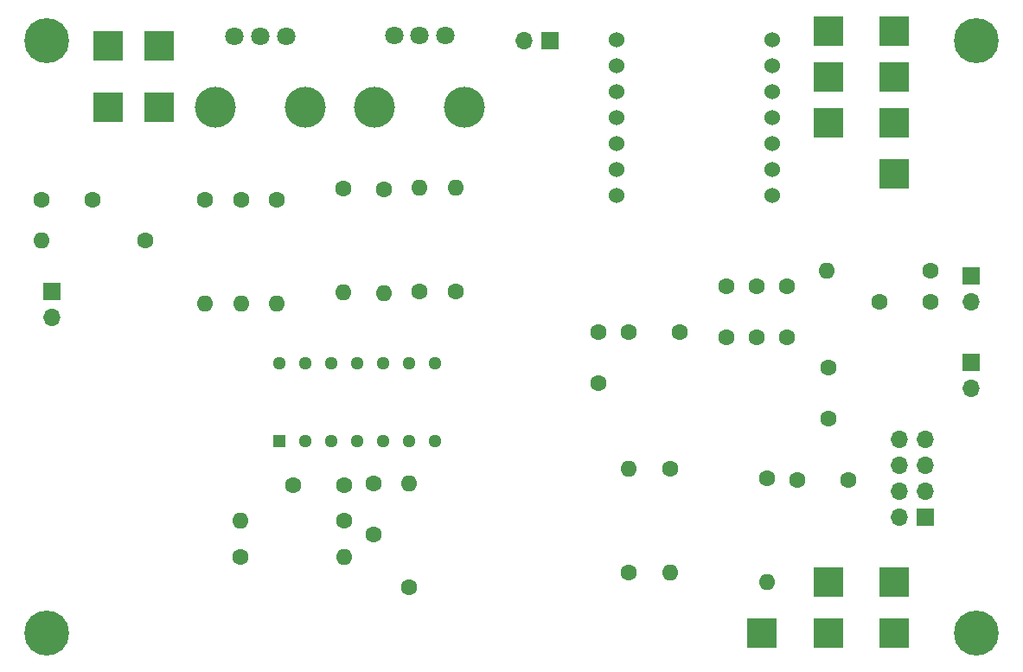
<source format=gbs>
G04 #@! TF.GenerationSoftware,KiCad,Pcbnew,9.0.0*
G04 #@! TF.CreationDate,2025-02-23T14:29:25+01:00*
G04 #@! TF.ProjectId,pcb_v0,7063625f-7630-42e6-9b69-6361645f7063,rev?*
G04 #@! TF.SameCoordinates,Original*
G04 #@! TF.FileFunction,Soldermask,Bot*
G04 #@! TF.FilePolarity,Negative*
%FSLAX46Y46*%
G04 Gerber Fmt 4.6, Leading zero omitted, Abs format (unit mm)*
G04 Created by KiCad (PCBNEW 9.0.0) date 2025-02-23 14:29:25*
%MOMM*%
%LPD*%
G01*
G04 APERTURE LIST*
%ADD10C,1.600000*%
%ADD11R,3.000000X3.000000*%
%ADD12O,1.600000X1.600000*%
%ADD13R,1.700000X1.700000*%
%ADD14O,1.700000X1.700000*%
%ADD15C,1.524000*%
%ADD16C,2.600000*%
%ADD17C,4.400000*%
%ADD18C,4.000000*%
%ADD19C,1.800000*%
%ADD20R,1.295400X1.295400*%
%ADD21C,1.295400*%
G04 APERTURE END LIST*
D10*
X107000000Y-67080000D03*
X112000000Y-67080000D03*
D11*
X177500000Y-109580000D03*
D10*
X140500000Y-66080000D03*
D12*
X140500000Y-76240000D03*
D11*
X118500000Y-58080000D03*
X118500000Y-52080000D03*
D10*
X161500000Y-80080000D03*
X161500000Y-85080000D03*
X144000000Y-76080000D03*
D12*
X144000000Y-65920000D03*
D13*
X198000000Y-83040000D03*
D14*
X198000000Y-85580000D03*
D11*
X113500000Y-52080000D03*
D10*
X136500000Y-66000000D03*
D12*
X136500000Y-76160000D03*
D10*
X174000000Y-80580000D03*
X174000000Y-75580000D03*
D15*
X163260000Y-51460000D03*
X163260000Y-54000000D03*
X163260000Y-56540000D03*
X163260000Y-59080000D03*
X163260000Y-61620000D03*
X163260000Y-64160000D03*
X163260000Y-66700000D03*
X178500000Y-66700000D03*
X178500000Y-64160000D03*
X178500000Y-61620000D03*
X178500000Y-59080000D03*
X178500000Y-56540000D03*
X178500000Y-54000000D03*
X178500000Y-51460000D03*
D10*
X177000000Y-75580000D03*
X177000000Y-80580000D03*
D11*
X184000000Y-50580000D03*
X190500000Y-50580000D03*
D10*
X139500000Y-94920000D03*
X139500000Y-99920000D03*
D13*
X198000000Y-74540000D03*
D14*
X198000000Y-77080000D03*
D16*
X198500000Y-109580000D03*
D17*
X198500000Y-109580000D03*
D11*
X184000000Y-59580000D03*
X184000000Y-109580000D03*
D10*
X194000000Y-74080000D03*
D12*
X183840000Y-74080000D03*
D10*
X131589693Y-95063738D03*
X136589693Y-95063738D03*
D13*
X156775000Y-51580000D03*
D14*
X154235000Y-51580000D03*
D10*
X180000000Y-75580000D03*
X180000000Y-80580000D03*
D13*
X193500000Y-98160000D03*
D14*
X190960000Y-98160000D03*
X193500000Y-95620000D03*
X190960000Y-95620000D03*
X193500000Y-93080000D03*
X190960000Y-93080000D03*
X193500000Y-90540000D03*
X190960000Y-90540000D03*
D13*
X108000000Y-76120000D03*
D14*
X108000000Y-78660000D03*
D10*
X184000000Y-83580000D03*
X184000000Y-88580000D03*
X168500000Y-93420000D03*
D12*
X168500000Y-103580000D03*
D11*
X113500000Y-58080000D03*
D10*
X126429693Y-102063738D03*
D12*
X136589693Y-102063738D03*
D11*
X190500000Y-104580000D03*
X190500000Y-55080000D03*
D10*
X130000000Y-67080000D03*
D12*
X130000000Y-77240000D03*
D10*
X123000000Y-67080000D03*
D12*
X123000000Y-77240000D03*
D10*
X194000000Y-77080000D03*
X189000000Y-77080000D03*
D11*
X184000000Y-104580000D03*
X190500000Y-59580000D03*
D16*
X107500000Y-109580000D03*
D17*
X107500000Y-109580000D03*
D10*
X178000000Y-94420000D03*
D12*
X178000000Y-104580000D03*
D16*
X198500000Y-51580000D03*
D17*
X198500000Y-51580000D03*
D10*
X181000000Y-94580000D03*
X186000000Y-94580000D03*
D18*
X132800000Y-58080000D03*
X124000000Y-58080000D03*
D19*
X125900000Y-51080000D03*
X128400000Y-51080000D03*
X130900000Y-51080000D03*
D11*
X184000000Y-55080000D03*
D16*
X107500000Y-51580000D03*
D17*
X107500000Y-51580000D03*
D10*
X164500000Y-103580000D03*
D12*
X164500000Y-93420000D03*
D10*
X164500000Y-80080000D03*
X169500000Y-80080000D03*
X143000000Y-105080000D03*
D12*
X143000000Y-94920000D03*
D10*
X136589693Y-98563738D03*
D12*
X126429693Y-98563738D03*
D10*
X117160000Y-71080000D03*
D12*
X107000000Y-71080000D03*
D20*
X130300000Y-90700000D03*
D21*
X132840000Y-90700000D03*
X135380000Y-90700000D03*
X137920000Y-90700000D03*
X140460000Y-90700000D03*
X143000000Y-90700000D03*
X145540000Y-90700000D03*
X145540000Y-83080000D03*
X143000000Y-83080000D03*
X140460000Y-83080000D03*
X137920000Y-83080000D03*
X135380000Y-83080000D03*
X132840000Y-83080000D03*
X130300000Y-83080000D03*
D11*
X190500000Y-109580000D03*
D10*
X147500000Y-76080000D03*
D12*
X147500000Y-65920000D03*
D11*
X190500000Y-64580000D03*
D10*
X126500000Y-67080000D03*
D12*
X126500000Y-77240000D03*
D18*
X148400000Y-58030000D03*
X139600000Y-58030000D03*
D19*
X141500000Y-51030000D03*
X144000000Y-51030000D03*
X146500000Y-51030000D03*
M02*

</source>
